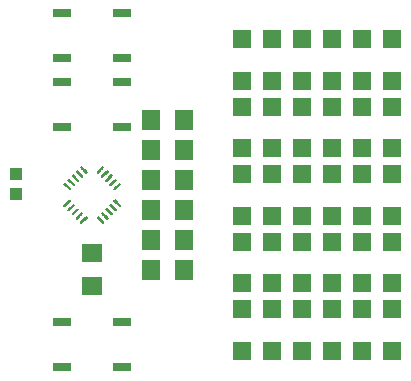
<source format=gtp>
G75*
G70*
%OFA0B0*%
%FSLAX24Y24*%
%IPPOS*%
%LPD*%
%AMOC8*
5,1,8,0,0,1.08239X$1,22.5*
%
%ADD10C,0.0068*%
%ADD11R,0.0394X0.0433*%
%ADD12R,0.0591X0.0591*%
%ADD13R,0.0630X0.0709*%
%ADD14R,0.0600X0.0300*%
%ADD15R,0.0709X0.0630*%
D10*
X007483Y005759D02*
X007656Y005932D01*
X007483Y005759D02*
X007468Y005774D01*
X007641Y005947D01*
X007656Y005932D01*
X007550Y005826D02*
X007520Y005826D01*
X007587Y005893D02*
X007617Y005893D01*
X007516Y006071D02*
X007343Y005898D01*
X007328Y005913D01*
X007501Y006086D01*
X007516Y006071D01*
X007410Y005965D02*
X007380Y005965D01*
X007447Y006032D02*
X007477Y006032D01*
X007377Y006211D02*
X007204Y006038D01*
X007189Y006053D01*
X007362Y006226D01*
X007377Y006211D01*
X007271Y006105D02*
X007241Y006105D01*
X007308Y006172D02*
X007338Y006172D01*
X007238Y006350D02*
X007065Y006177D01*
X007050Y006192D01*
X007223Y006365D01*
X007238Y006350D01*
X007132Y006244D02*
X007102Y006244D01*
X007169Y006311D02*
X007199Y006311D01*
X007099Y006489D02*
X006926Y006316D01*
X006911Y006331D01*
X007084Y006504D01*
X007099Y006489D01*
X006993Y006383D02*
X006963Y006383D01*
X007030Y006450D02*
X007060Y006450D01*
X007084Y006873D02*
X007099Y006888D01*
X007084Y006873D02*
X006911Y007046D01*
X006926Y007061D01*
X007099Y006888D01*
X007047Y006940D02*
X007017Y006940D01*
X006980Y007007D02*
X006950Y007007D01*
X007223Y007012D02*
X007238Y007027D01*
X007223Y007012D02*
X007050Y007185D01*
X007065Y007200D01*
X007238Y007027D01*
X007186Y007079D02*
X007156Y007079D01*
X007119Y007146D02*
X007089Y007146D01*
X007362Y007151D02*
X007377Y007166D01*
X007362Y007151D02*
X007189Y007324D01*
X007204Y007339D01*
X007377Y007166D01*
X007325Y007218D02*
X007295Y007218D01*
X007258Y007285D02*
X007228Y007285D01*
X007501Y007290D02*
X007516Y007305D01*
X007501Y007290D02*
X007328Y007463D01*
X007343Y007478D01*
X007516Y007305D01*
X007464Y007357D02*
X007434Y007357D01*
X007397Y007424D02*
X007367Y007424D01*
X007641Y007430D02*
X007656Y007445D01*
X007641Y007430D02*
X007468Y007603D01*
X007483Y007618D01*
X007656Y007445D01*
X007604Y007497D02*
X007574Y007497D01*
X007537Y007564D02*
X007507Y007564D01*
X008039Y007430D02*
X008212Y007603D01*
X008039Y007430D02*
X008024Y007445D01*
X008197Y007618D01*
X008212Y007603D01*
X008106Y007497D02*
X008076Y007497D01*
X008143Y007564D02*
X008173Y007564D01*
X008352Y007463D02*
X008179Y007290D01*
X008164Y007305D01*
X008337Y007478D01*
X008352Y007463D01*
X008246Y007357D02*
X008216Y007357D01*
X008283Y007424D02*
X008313Y007424D01*
X008491Y007324D02*
X008318Y007151D01*
X008303Y007166D01*
X008476Y007339D01*
X008491Y007324D01*
X008385Y007218D02*
X008355Y007218D01*
X008422Y007285D02*
X008452Y007285D01*
X008630Y007185D02*
X008457Y007012D01*
X008442Y007027D01*
X008615Y007200D01*
X008630Y007185D01*
X008524Y007079D02*
X008494Y007079D01*
X008561Y007146D02*
X008591Y007146D01*
X008769Y007046D02*
X008596Y006873D01*
X008581Y006888D01*
X008754Y007061D01*
X008769Y007046D01*
X008663Y006940D02*
X008633Y006940D01*
X008700Y007007D02*
X008730Y007007D01*
X008769Y006331D02*
X008754Y006316D01*
X008581Y006489D01*
X008596Y006504D01*
X008769Y006331D01*
X008717Y006383D02*
X008687Y006383D01*
X008650Y006450D02*
X008620Y006450D01*
X008630Y006192D02*
X008615Y006177D01*
X008442Y006350D01*
X008457Y006365D01*
X008630Y006192D01*
X008578Y006244D02*
X008548Y006244D01*
X008511Y006311D02*
X008481Y006311D01*
X008491Y006053D02*
X008476Y006038D01*
X008303Y006211D01*
X008318Y006226D01*
X008491Y006053D01*
X008439Y006105D02*
X008409Y006105D01*
X008372Y006172D02*
X008342Y006172D01*
X008352Y005913D02*
X008337Y005898D01*
X008164Y006071D01*
X008179Y006086D01*
X008352Y005913D01*
X008300Y005965D02*
X008270Y005965D01*
X008233Y006032D02*
X008203Y006032D01*
X008212Y005774D02*
X008197Y005759D01*
X008024Y005932D01*
X008039Y005947D01*
X008212Y005774D01*
X008160Y005826D02*
X008130Y005826D01*
X008093Y005893D02*
X008063Y005893D01*
D11*
X005290Y006704D03*
X005290Y007373D03*
D12*
X012840Y007377D03*
X013840Y007377D03*
X014840Y007377D03*
X015840Y007377D03*
X016840Y007377D03*
X017840Y007377D03*
X017840Y008249D03*
X016840Y008249D03*
X015840Y008249D03*
X014840Y008249D03*
X013840Y008249D03*
X012840Y008249D03*
X012840Y009627D03*
X013840Y009627D03*
X014840Y009627D03*
X015840Y009627D03*
X016840Y009627D03*
X017840Y009627D03*
X017840Y010499D03*
X016840Y010499D03*
X015840Y010499D03*
X014840Y010499D03*
X013840Y010499D03*
X012840Y010499D03*
X012840Y011877D03*
X013840Y011877D03*
X014840Y011877D03*
X015840Y011877D03*
X016840Y011877D03*
X017840Y011877D03*
X017840Y005999D03*
X016840Y005999D03*
X015840Y005999D03*
X014840Y005999D03*
X013840Y005999D03*
X012840Y005999D03*
X012840Y005127D03*
X013840Y005127D03*
X014840Y005127D03*
X015840Y005127D03*
X016840Y005127D03*
X017840Y005127D03*
X017840Y003749D03*
X016840Y003749D03*
X015840Y003749D03*
X014840Y003749D03*
X013840Y003749D03*
X012840Y003749D03*
X012840Y002877D03*
X013840Y002877D03*
X014840Y002877D03*
X015840Y002877D03*
X016840Y002877D03*
X017840Y002877D03*
X017840Y001499D03*
X016840Y001499D03*
X015840Y001499D03*
X014840Y001499D03*
X013840Y001499D03*
X012840Y001499D03*
D13*
X010891Y004188D03*
X009789Y004188D03*
X009789Y005188D03*
X010891Y005188D03*
X010891Y006188D03*
X009789Y006188D03*
X009789Y007175D03*
X010891Y007175D03*
X010891Y008188D03*
X009789Y008188D03*
X009789Y009188D03*
X010891Y009188D03*
D14*
X006840Y000938D03*
X008840Y000938D03*
X008840Y002438D03*
X006840Y002438D03*
X006840Y008938D03*
X008840Y008938D03*
X008840Y010438D03*
X008840Y011238D03*
X006840Y011238D03*
X006840Y010438D03*
X006840Y012738D03*
X008840Y012738D03*
D15*
X007840Y004740D03*
X007840Y003637D03*
M02*

</source>
